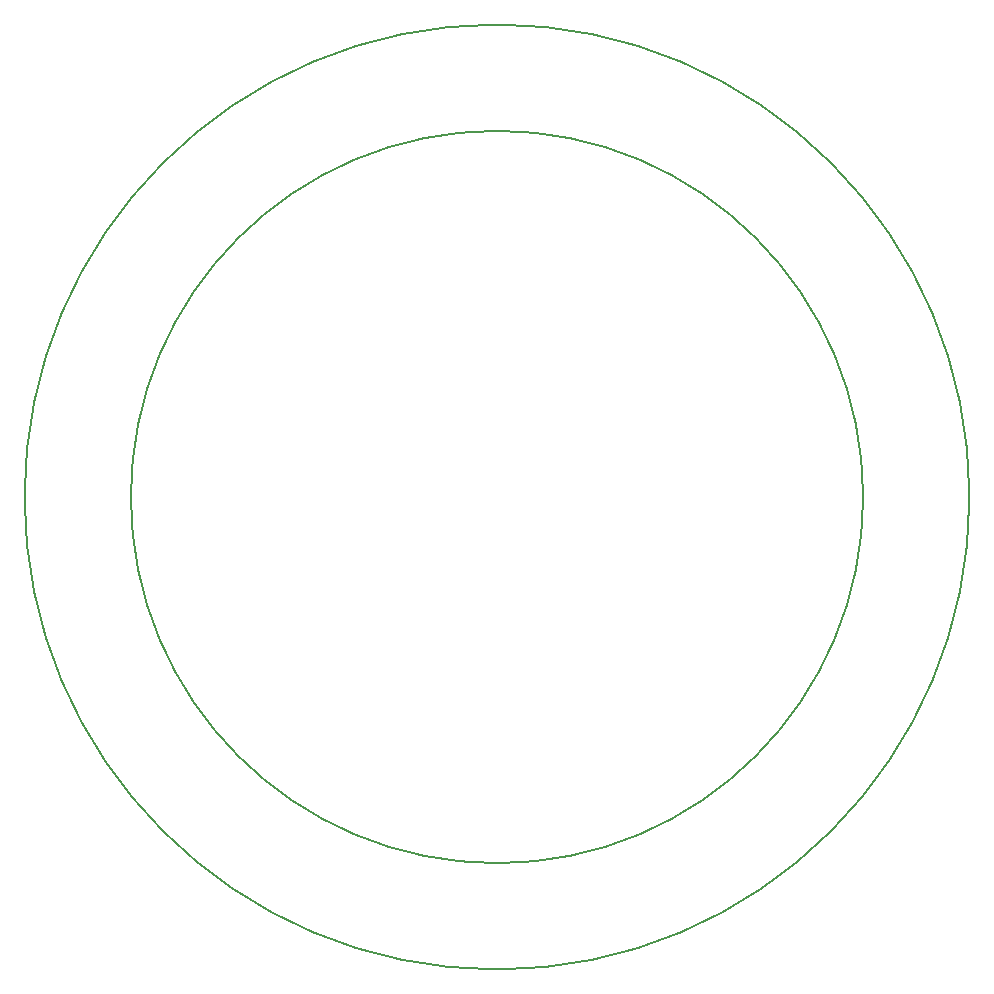
<source format=gm1>
G04 #@! TF.FileFunction,Profile,NP*
%FSLAX46Y46*%
G04 Gerber Fmt 4.6, Leading zero omitted, Abs format (unit mm)*
G04 Created by KiCad (PCBNEW 4.0.1-stable) date 2/4/2016 5:34:24 PM*
%MOMM*%
G01*
G04 APERTURE LIST*
%ADD10C,0.100000*%
%ADD11C,0.150000*%
G04 APERTURE END LIST*
D10*
D11*
X209000000Y-75000000D02*
G75*
G03X209000000Y-75000000I-31000000J0D01*
G01*
X218000000Y-75000000D02*
G75*
G03X218000000Y-75000000I-40000000J0D01*
G01*
M02*

</source>
